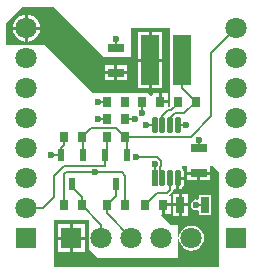
<source format=gtl>
G04*
G04 #@! TF.GenerationSoftware,Altium Limited,Altium Designer,18.1.6 (161)*
G04*
G04 Layer_Physical_Order=1*
G04 Layer_Color=255*
%FSLAX44Y44*%
%MOMM*%
G71*
G01*
G75*
%ADD14C,0.2000*%
%ADD16R,0.6000X1.0000*%
%ADD17R,0.5000X1.3500*%
G04:AMPARAMS|DCode=18|XSize=0.5mm|YSize=1.35mm|CornerRadius=0.125mm|HoleSize=0mm|Usage=FLASHONLY|Rotation=180.000|XOffset=0mm|YOffset=0mm|HoleType=Round|Shape=RoundedRectangle|*
%AMROUNDEDRECTD18*
21,1,0.5000,1.1000,0,0,180.0*
21,1,0.2500,1.3500,0,0,180.0*
1,1,0.2500,-0.1250,0.5500*
1,1,0.2500,0.1250,0.5500*
1,1,0.2500,0.1250,-0.5500*
1,1,0.2500,-0.1250,-0.5500*
%
%ADD18ROUNDEDRECTD18*%
%ADD19R,0.8000X0.9500*%
%ADD20R,1.5000X4.2000*%
%ADD21R,1.4000X0.7500*%
%ADD22R,0.7500X1.4000*%
%ADD33C,1.8000*%
%ADD34R,1.8000X1.8000*%
%ADD35R,1.8000X1.8000*%
%ADD36C,0.6000*%
G36*
X142300Y180000D02*
X165000D01*
Y205000D01*
X198250D01*
Y137815D01*
X198194Y137759D01*
X196790D01*
Y141230D01*
X190250D01*
Y142500D01*
X188980D01*
Y149790D01*
X183710D01*
Y147645D01*
X182440Y147560D01*
X180000Y150000D01*
X132209D01*
X92209Y190000D01*
X59539Y190000D01*
Y209155D01*
X73345Y222961D01*
X99339D01*
X142300Y180000D01*
D02*
G37*
G36*
X240000Y82500D02*
Y2039D01*
X100000D01*
Y42500D01*
X130000D01*
Y29107D01*
X129709Y26900D01*
X130000Y24692D01*
Y17500D01*
X137500Y10000D01*
X204750D01*
Y22250D01*
X205000Y22500D01*
X204750Y22750D01*
Y25977D01*
X206020Y26060D01*
X206270Y24159D01*
X207328Y21604D01*
X209011Y19411D01*
X211205Y17728D01*
X213759Y16670D01*
X216500Y16309D01*
X219241Y16670D01*
X221795Y17728D01*
X223989Y19411D01*
X225672Y21604D01*
X226730Y24159D01*
X227091Y26900D01*
X226730Y29641D01*
X225672Y32195D01*
X223989Y34388D01*
X221795Y36071D01*
X219241Y37129D01*
X216500Y37490D01*
X213759Y37129D01*
X211205Y36071D01*
X209011Y34388D01*
X207328Y32195D01*
X206270Y29641D01*
X206020Y27740D01*
X204750Y27823D01*
Y38250D01*
X199250D01*
X190963Y46537D01*
X191449Y47710D01*
X191480D01*
Y55000D01*
X192750D01*
Y56270D01*
X199290D01*
Y62290D01*
X198427D01*
X197915Y63560D01*
X200052Y65698D01*
X200605Y66525D01*
X200799Y67500D01*
Y68020D01*
X201843Y68695D01*
X202069Y68670D01*
X203480Y68390D01*
Y77750D01*
X204750D01*
Y79020D01*
X209864D01*
Y83250D01*
X209570Y84729D01*
X208732Y85983D01*
X208624Y86055D01*
X208344Y87770D01*
X208522Y88000D01*
X212960D01*
Y83270D01*
X232040D01*
Y88000D01*
X234500D01*
X240000Y82500D01*
D02*
G37*
%LPC*%
G36*
X78070Y216172D02*
Y205970D01*
X88272D01*
X88043Y207712D01*
X86880Y210519D01*
X85030Y212930D01*
X82620Y214780D01*
X79812Y215943D01*
X78070Y216172D01*
D02*
G37*
G36*
X75530D02*
X73787Y215943D01*
X70980Y214780D01*
X68570Y212930D01*
X66720Y210519D01*
X65557Y207712D01*
X65328Y205970D01*
X75530D01*
Y216172D01*
D02*
G37*
G36*
X88272Y203430D02*
X78070D01*
Y193227D01*
X79812Y193457D01*
X82620Y194620D01*
X85030Y196469D01*
X86880Y198880D01*
X88043Y201687D01*
X88272Y203430D01*
D02*
G37*
G36*
X75530D02*
X65328D01*
X65557Y201687D01*
X66720Y198880D01*
X68570Y196469D01*
X70980Y194620D01*
X73787Y193457D01*
X75530Y193227D01*
Y203430D01*
D02*
G37*
G36*
X191540Y201040D02*
X182770D01*
Y178770D01*
X191540D01*
Y201040D01*
D02*
G37*
G36*
X180230D02*
X171460D01*
Y178770D01*
X180230D01*
Y201040D01*
D02*
G37*
G36*
X162040Y173290D02*
X153770D01*
Y168270D01*
X162040D01*
Y173290D01*
D02*
G37*
G36*
X151230D02*
X142960D01*
Y168270D01*
X151230D01*
Y173290D01*
D02*
G37*
G36*
X162040Y165730D02*
X153770D01*
Y160710D01*
X162040D01*
Y165730D01*
D02*
G37*
G36*
X151230D02*
X142960D01*
Y160710D01*
X151230D01*
Y165730D01*
D02*
G37*
G36*
X191540Y176230D02*
X182770D01*
Y153960D01*
X191540D01*
Y176230D01*
D02*
G37*
G36*
X180230D02*
X171460D01*
Y153960D01*
X180230D01*
Y176230D01*
D02*
G37*
G36*
X196790Y149790D02*
X191520D01*
Y143770D01*
X196790D01*
Y149790D01*
D02*
G37*
G36*
X232040Y80730D02*
X223770D01*
Y75710D01*
X232040D01*
Y80730D01*
D02*
G37*
G36*
X221230D02*
X212960D01*
Y75710D01*
X221230D01*
Y80730D01*
D02*
G37*
G36*
X209864Y76480D02*
X206020D01*
Y68390D01*
X207479Y68680D01*
X208732Y69518D01*
X209570Y70771D01*
X209864Y72250D01*
Y76480D01*
D02*
G37*
G36*
X233250Y63500D02*
X222750D01*
Y60485D01*
X221480Y59443D01*
X220750Y59588D01*
X218994Y59239D01*
X217506Y58244D01*
X216511Y56756D01*
X216162Y55000D01*
X216511Y53244D01*
X217506Y51756D01*
X218994Y50761D01*
X220750Y50412D01*
X221480Y50557D01*
X222750Y49515D01*
Y46500D01*
X233250D01*
Y63500D01*
D02*
G37*
G36*
X213290Y64540D02*
X208270D01*
Y56270D01*
X213290D01*
Y64540D01*
D02*
G37*
G36*
X205730D02*
X200710D01*
Y56270D01*
X205730D01*
Y64540D01*
D02*
G37*
G36*
X199290Y53730D02*
X194020D01*
Y47710D01*
X199290D01*
Y53730D01*
D02*
G37*
G36*
X213290D02*
X208270D01*
Y45460D01*
X213290D01*
Y53730D01*
D02*
G37*
G36*
X205730D02*
X200710D01*
Y45460D01*
X205730D01*
Y53730D01*
D02*
G37*
G36*
X126440Y38440D02*
X116170D01*
Y28170D01*
X126440D01*
Y38440D01*
D02*
G37*
G36*
X113630D02*
X103360D01*
Y28170D01*
X113630D01*
Y38440D01*
D02*
G37*
G36*
X126440Y25630D02*
X116170D01*
Y15360D01*
X126440D01*
Y25630D01*
D02*
G37*
G36*
X113630D02*
X103360D01*
Y15360D01*
X113630D01*
Y25630D01*
D02*
G37*
%LPD*%
D14*
X123450Y55100D02*
X140300Y38250D01*
X114900Y69000D02*
X116350D01*
X114900D02*
Y73000D01*
X177250Y55000D02*
X187250Y65000D01*
X195750D01*
X198250Y67500D01*
Y77750D01*
X210500Y132750D02*
X220250Y142500D01*
X202250Y132750D02*
X210500D01*
X198250Y128750D02*
X202250Y132750D01*
X198250Y122250D02*
Y128750D01*
X199250Y135210D02*
X204750Y140710D01*
X196480Y135210D02*
X199250D01*
X191520Y130250D02*
X196480Y135210D01*
X191520Y122480D02*
Y130250D01*
Y122480D02*
X191750Y122250D01*
X204750Y140710D02*
Y142500D01*
X208500Y154250D02*
Y177500D01*
Y154250D02*
X220250Y142500D01*
X233250Y183350D02*
X254600Y204700D01*
X233250Y130000D02*
Y183350D01*
X215750Y112500D02*
X233250Y130000D01*
X160250Y112500D02*
X215750D01*
X110000Y82500D02*
X135000D01*
X157500D01*
X170000Y95611D02*
X187417D01*
X160250Y55000D02*
Y79750D01*
X144750Y55000D02*
X152500Y62750D01*
X162000Y97000D02*
Y110750D01*
X152750Y120000D02*
X160250Y112500D01*
X162000Y110750D01*
X143000Y97000D02*
X144750Y98750D01*
X160250Y127500D02*
X160250Y127500D01*
X168441D01*
X187417Y95611D02*
X190750Y92278D01*
Y87722D02*
Y92278D01*
X190250Y87222D02*
X190750Y87722D01*
X190250Y79250D02*
Y87222D01*
Y79250D02*
X191750Y77750D01*
X174750Y132750D02*
Y142500D01*
Y132750D02*
X175000Y132500D01*
X185250Y77750D02*
Y90000D01*
X157500Y82500D02*
X160250Y79750D01*
X108600Y81100D02*
X110000Y82500D01*
X108600Y55000D02*
Y81100D01*
X108271Y88000D02*
X143000D01*
X100000Y79729D02*
X108271Y88000D01*
X100000Y61357D02*
Y79729D01*
X152500Y188000D02*
Y195250D01*
X220750Y55000D02*
X228000D01*
X178000Y122250D02*
X185250D01*
X204750D02*
X212000D01*
X222500Y103000D02*
Y110250D01*
X137500Y142500D02*
X144750D01*
X137500Y127500D02*
X144750D01*
X131600Y120000D02*
X152750D01*
X124100Y112500D02*
X131600Y120000D01*
X124100Y112500D02*
X125050Y111550D01*
Y96900D02*
Y111550D01*
X97500Y96900D02*
X106050D01*
X108600Y106100D02*
Y112500D01*
X106050Y103550D02*
X108600Y106100D01*
X106050Y96900D02*
Y103550D01*
X144750Y98750D02*
Y112500D01*
X143000Y88000D02*
Y97000D01*
X90942Y52300D02*
X100000Y61357D01*
X76800Y52300D02*
X90942D01*
X116350Y69000D02*
X123450Y61900D01*
Y55100D02*
Y61900D01*
X144750Y47850D02*
X165700Y26900D01*
X144750Y47850D02*
Y55000D01*
X152500Y62750D02*
Y73000D01*
X140300Y26900D02*
Y38250D01*
D16*
X162000Y97000D02*
D03*
X143000D02*
D03*
X152500Y73000D02*
D03*
X125050Y96900D02*
D03*
X106050D02*
D03*
X115550Y72900D02*
D03*
D17*
X185250Y77750D02*
D03*
D18*
X191750D02*
D03*
X198250D02*
D03*
X204750D02*
D03*
X185250Y122250D02*
D03*
X191750D02*
D03*
X198250D02*
D03*
X204750D02*
D03*
D19*
X144750Y55000D02*
D03*
X160250D02*
D03*
X144750Y112500D02*
D03*
X160250D02*
D03*
X124100Y55000D02*
D03*
X108600D02*
D03*
X108600Y112500D02*
D03*
X124100D02*
D03*
X144750Y142500D02*
D03*
X160250D02*
D03*
X174750D02*
D03*
X190250D02*
D03*
X192750Y55000D02*
D03*
X177250D02*
D03*
X144750Y127500D02*
D03*
X160250D02*
D03*
X220250Y142500D02*
D03*
X204750D02*
D03*
D20*
X208500Y177500D02*
D03*
X181500D02*
D03*
D21*
X152500Y167000D02*
D03*
Y188000D02*
D03*
X222500Y82000D02*
D03*
Y103000D02*
D03*
D22*
X207000Y55000D02*
D03*
X228000D02*
D03*
D33*
X216500Y26900D02*
D03*
X191100D02*
D03*
X165700D02*
D03*
X140300D02*
D03*
X254600Y179300D02*
D03*
Y204700D02*
D03*
Y153900D02*
D03*
Y128500D02*
D03*
Y103100D02*
D03*
Y77700D02*
D03*
Y52300D02*
D03*
X76800Y179300D02*
D03*
Y204700D02*
D03*
Y153900D02*
D03*
Y128500D02*
D03*
Y103100D02*
D03*
Y77700D02*
D03*
Y52300D02*
D03*
D34*
X114900Y26900D02*
D03*
D35*
X254600D02*
D03*
X76800D02*
D03*
D36*
X131128Y170000D02*
D03*
X135000Y82500D02*
D03*
X170000Y95611D02*
D03*
X168441Y127500D02*
D03*
X175000Y132500D02*
D03*
X185250Y90000D02*
D03*
X152500Y195250D02*
D03*
X220750Y55000D02*
D03*
X178000Y122250D02*
D03*
X212000D02*
D03*
X222500Y110250D02*
D03*
X137500Y142500D02*
D03*
X137500Y127500D02*
D03*
X97500Y96900D02*
D03*
M02*

</source>
